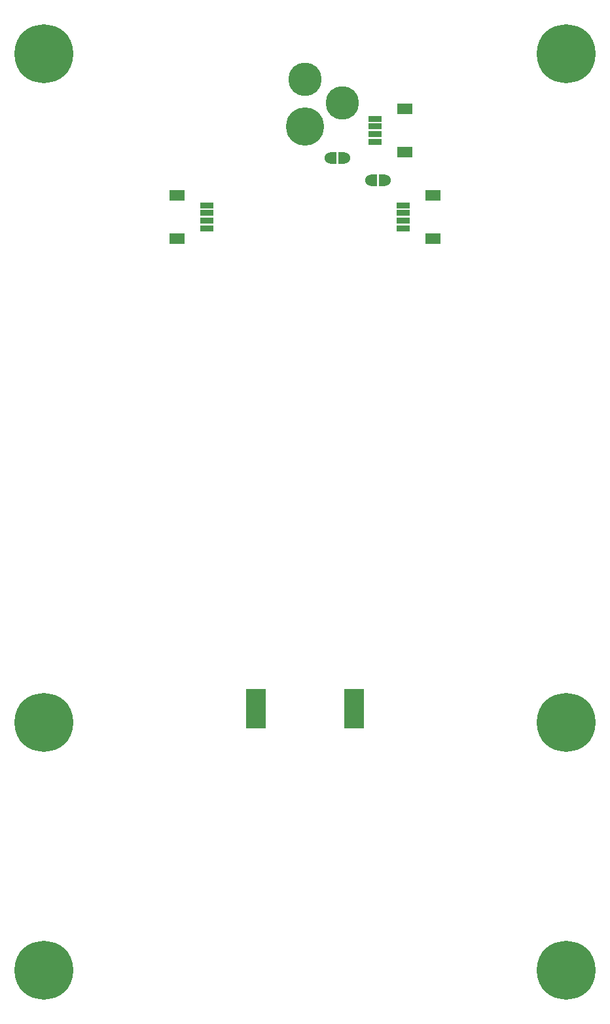
<source format=gbr>
G04 start of page 7 for group -4062 idx -4062 *
G04 Title: (unknown), soldermask *
G04 Creator: pcb 4.0.2 *
G04 CreationDate: Wed Jun 16 02:35:33 2021 UTC *
G04 For: railfan *
G04 Format: Gerber/RS-274X *
G04 PCB-Dimensions (mil): 3000.00 5000.00 *
G04 PCB-Coordinate-Origin: lower left *
%MOIN*%
%FSLAX25Y25*%
%LNBOTTOMMASK*%
%ADD46C,0.0600*%
%ADD45C,0.0001*%
%ADD44C,0.1950*%
%ADD43C,0.1700*%
%ADD42C,0.2997*%
G54D42*X283000Y483000D03*
X17000Y17000D03*
X283000D03*
Y143000D03*
G54D43*X150000Y470000D03*
X169000Y458000D03*
G54D42*X17000Y483000D03*
Y143000D03*
G54D44*X150000Y446000D03*
G54D45*G36*
X196649Y407387D02*Y404425D01*
X203351D01*
Y407387D01*
X196649D01*
G37*
G36*
Y403450D02*Y400488D01*
X203351D01*
Y403450D01*
X196649D01*
G37*
G36*
Y399512D02*Y396550D01*
X203351D01*
Y399512D01*
X196649D01*
G37*
G36*
Y395575D02*Y392613D01*
X203351D01*
Y395575D01*
X196649D01*
G37*
G36*
X211413Y413686D02*Y408362D01*
X219099D01*
Y413686D01*
X211413D01*
G37*
G36*
Y391638D02*Y386314D01*
X219099D01*
Y391638D01*
X211413D01*
G37*
G54D46*X183700Y418500D03*
G54D45*G36*
X186700Y421500D02*X183700D01*
Y415500D01*
X186700D01*
Y421500D01*
G37*
G54D46*X163100Y430000D03*
G54D45*G36*
X166100Y433000D02*X163100D01*
Y427000D01*
X166100D01*
Y433000D01*
G37*
G54D46*X169900Y430000D03*
G54D45*G36*
Y433000D02*X166900D01*
Y427000D01*
X169900D01*
Y433000D01*
G37*
G54D46*X190500Y418500D03*
G54D45*G36*
Y421500D02*X187500D01*
Y415500D01*
X190500D01*
Y421500D01*
G37*
G36*
X180000Y160000D02*X170000D01*
Y140000D01*
X180000D01*
Y160000D01*
G37*
G36*
X182149Y451387D02*Y448425D01*
X188851D01*
Y451387D01*
X182149D01*
G37*
G36*
X196913Y457686D02*Y452362D01*
X204599D01*
Y457686D01*
X196913D01*
G37*
G36*
X182149Y447450D02*Y444488D01*
X188851D01*
Y447450D01*
X182149D01*
G37*
G36*
Y443512D02*Y440550D01*
X188851D01*
Y443512D01*
X182149D01*
G37*
G36*
Y439575D02*Y436613D01*
X188851D01*
Y439575D01*
X182149D01*
G37*
G36*
X196913Y435638D02*Y430314D01*
X204599D01*
Y435638D01*
X196913D01*
G37*
G36*
X96649Y395575D02*Y392613D01*
X103351D01*
Y395575D01*
X96649D01*
G37*
G36*
Y399512D02*Y396550D01*
X103351D01*
Y399512D01*
X96649D01*
G37*
G36*
Y403450D02*Y400488D01*
X103351D01*
Y403450D01*
X96649D01*
G37*
G36*
Y407387D02*Y404425D01*
X103351D01*
Y407387D01*
X96649D01*
G37*
G36*
X80901Y391638D02*Y386314D01*
X88587D01*
Y391638D01*
X80901D01*
G37*
G36*
Y413686D02*Y408362D01*
X88587D01*
Y413686D01*
X80901D01*
G37*
G36*
X130000Y160000D02*X120000D01*
Y140000D01*
X130000D01*
Y160000D01*
G37*
M02*

</source>
